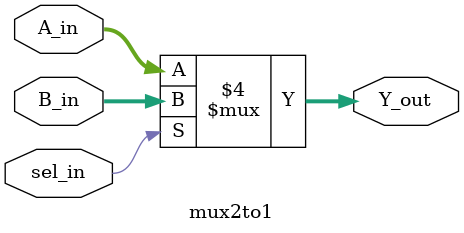
<source format=v>
`timescale 1ns / 1ps

module mux2to1#(parameter W = 5)
(	input [W-1:0]       A_in, B_in,
	input               sel_in,
	output reg [W-1:0]  Y_out
);

always @(*) begin
	if (sel_in == 0) Y_out = A_in;
	else Y_out = B_in;
end

endmodule

</source>
